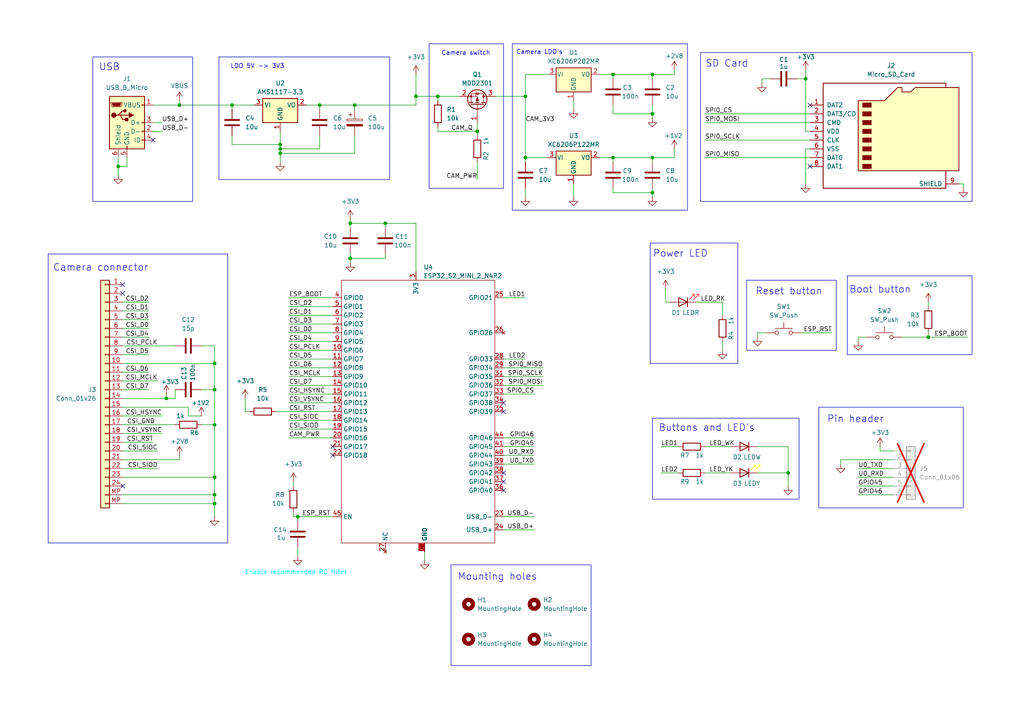
<source format=kicad_sch>
(kicad_sch (version 20231120) (generator "eeschema") (generator_version "8.0")
  (paper "A4")
  (junction (at 62.23 143.51))
  (junction (at 269.24 97.79))
  (junction (at 228.6 137.16))
  (junction (at 101.6 74.93))
  (junction (at 48.26 115.57))
  (junction (at 62.23 146.05))
  (junction (at 189.23 33.02))
  (junction (at 120.65 27.94))
  (junction (at 62.23 113.03))
  (junction (at 92.71 30.48))
  (junction (at 152.4 45.72))
  (junction (at 189.23 21.59))
  (junction (at 34.29 48.26))
  (junction (at 111.76 64.77))
  (junction (at 177.8 21.59))
  (junction (at 189.23 55.88))
  (junction (at 86.36 149.86))
  (junction (at 81.28 41.91))
  (junction (at 138.43 38.1))
  (junction (at 152.4 27.94))
  (junction (at 101.6 64.77))
  (junction (at 127 27.94))
  (junction (at 81.28 43.18))
  (junction (at 62.23 138.43))
  (junction (at 189.23 45.72))
  (junction (at 81.28 44.45))
  (junction (at 52.07 30.48))
  (junction (at 62.23 123.19))
  (junction (at 67.31 30.48))
  (junction (at 102.87 30.48))
  (junction (at 233.68 22.86))
  (junction (at 62.23 105.41))
  (junction (at 177.8 45.72))
  (no_connect (at 35.56 140.97))
  (no_connect (at 35.56 82.55))
  (no_connect (at 146.05 139.7))
  (no_connect (at 96.52 129.54))
  (no_connect (at 44.45 40.64))
  (no_connect (at 234.95 30.48))
  (no_connect (at 146.05 142.24))
  (no_connect (at 146.05 137.16))
  (no_connect (at 234.95 48.26))
  (no_connect (at 96.52 132.08))
  (no_connect (at 35.56 85.09))
  (no_connect (at 146.05 119.38))
  (no_connect (at 146.05 116.84))
  (wire (pts (xy 85.09 139.7) (xy 85.09 140.97)))
  (wire (pts (xy 101.6 64.77) (xy 101.6 66.04)))
  (wire (pts (xy 62.23 100.33) (xy 62.23 105.41)))
  (wire (pts (xy 83.82 91.44) (xy 96.52 91.44)))
  (wire (pts (xy 35.56 135.89) (xy 45.72 135.89)))
  (wire (pts (xy 48.26 115.57) (xy 50.8 115.57)))
  (wire (pts (xy 191.77 129.54) (xy 196.85 129.54)))
  (wire (pts (xy 166.37 29.21) (xy 166.37 31.75)))
  (wire (pts (xy 127 38.1) (xy 138.43 38.1)))
  (wire (pts (xy 101.6 74.93) (xy 101.6 76.2)))
  (wire (pts (xy 146.05 149.86) (xy 154.94 149.86)))
  (wire (pts (xy 233.68 43.18) (xy 233.68 53.34)))
  (wire (pts (xy 72.39 119.38) (xy 71.12 119.38)))
  (wire (pts (xy 209.55 87.63) (xy 209.55 91.44)))
  (wire (pts (xy 146.05 129.54) (xy 154.94 129.54)))
  (wire (pts (xy 248.92 138.43) (xy 259.08 138.43)))
  (wire (pts (xy 220.98 22.86) (xy 220.98 24.13)))
  (wire (pts (xy 146.05 127) (xy 154.94 127)))
  (wire (pts (xy 219.71 96.52) (xy 219.71 97.79)))
  (wire (pts (xy 173.99 21.59) (xy 177.8 21.59)))
  (wire (pts (xy 152.4 21.59) (xy 152.4 27.94)))
  (wire (pts (xy 58.42 100.33) (xy 62.23 100.33)))
  (wire (pts (xy 146.05 86.36) (xy 152.4 86.36)))
  (wire (pts (xy 62.23 146.05) (xy 62.23 149.86)))
  (wire (pts (xy 189.23 21.59) (xy 189.23 22.86)))
  (wire (pts (xy 81.28 43.18) (xy 81.28 44.45)))
  (wire (pts (xy 36.83 48.26) (xy 34.29 48.26)))
  (wire (pts (xy 102.87 39.37) (xy 102.87 44.45)))
  (wire (pts (xy 195.58 20.32) (xy 195.58 21.59)))
  (wire (pts (xy 83.82 93.98) (xy 96.52 93.98)))
  (wire (pts (xy 146.05 106.68) (xy 157.48 106.68)))
  (wire (pts (xy 222.25 96.52) (xy 219.71 96.52)))
  (wire (pts (xy 120.65 78.74) (xy 120.65 64.77)))
  (wire (pts (xy 259.08 130.81) (xy 255.27 130.81)))
  (wire (pts (xy 80.01 119.38) (xy 96.52 119.38)))
  (wire (pts (xy 233.68 43.18) (xy 234.95 43.18)))
  (wire (pts (xy 83.82 114.3) (xy 96.52 114.3)))
  (wire (pts (xy 35.56 120.65) (xy 46.99 120.65)))
  (wire (pts (xy 92.71 39.37) (xy 92.71 43.18)))
  (wire (pts (xy 189.23 55.88) (xy 177.8 55.88)))
  (wire (pts (xy 35.56 110.49) (xy 45.72 110.49)))
  (wire (pts (xy 177.8 46.99) (xy 177.8 45.72)))
  (wire (pts (xy 71.12 119.38) (xy 71.12 115.57)))
  (wire (pts (xy 35.56 87.63) (xy 43.18 87.63)))
  (wire (pts (xy 209.55 99.06) (xy 209.55 101.6)))
  (wire (pts (xy 62.23 123.19) (xy 62.23 138.43)))
  (wire (pts (xy 269.24 97.79) (xy 280.67 97.79)))
  (wire (pts (xy 146.05 132.08) (xy 154.94 132.08)))
  (wire (pts (xy 102.87 30.48) (xy 120.65 30.48)))
  (wire (pts (xy 62.23 138.43) (xy 62.23 143.51)))
  (wire (pts (xy 152.4 21.59) (xy 158.75 21.59)))
  (wire (pts (xy 83.82 127) (xy 96.52 127)))
  (wire (pts (xy 83.82 121.92) (xy 96.52 121.92)))
  (wire (pts (xy 177.8 33.02) (xy 189.23 33.02)))
  (wire (pts (xy 127 27.94) (xy 133.35 27.94)))
  (wire (pts (xy 35.56 95.25) (xy 43.18 95.25)))
  (wire (pts (xy 219.71 129.54) (xy 228.6 129.54)))
  (wire (pts (xy 35.56 92.71) (xy 43.18 92.71)))
  (wire (pts (xy 35.56 123.19) (xy 50.8 123.19)))
  (wire (pts (xy 58.42 123.19) (xy 62.23 123.19)))
  (wire (pts (xy 35.56 115.57) (xy 48.26 115.57)))
  (wire (pts (xy 34.29 48.26) (xy 34.29 50.8)))
  (wire (pts (xy 189.23 45.72) (xy 189.23 46.99)))
  (wire (pts (xy 279.4 53.34) (xy 279.4 54.61)))
  (wire (pts (xy 111.76 64.77) (xy 120.65 64.77)))
  (wire (pts (xy 248.92 135.89) (xy 259.08 135.89)))
  (wire (pts (xy 248.92 97.79) (xy 248.92 99.06)))
  (wire (pts (xy 146.05 134.62) (xy 154.94 134.62)))
  (wire (pts (xy 191.77 137.16) (xy 196.85 137.16)))
  (wire (pts (xy 36.83 45.72) (xy 36.83 48.26)))
  (wire (pts (xy 127 27.94) (xy 127 29.21)))
  (wire (pts (xy 44.45 30.48) (xy 52.07 30.48)))
  (wire (pts (xy 83.82 109.22) (xy 96.52 109.22)))
  (wire (pts (xy 44.45 38.1) (xy 46.99 38.1)))
  (wire (pts (xy 111.76 74.93) (xy 101.6 74.93)))
  (wire (pts (xy 83.82 96.52) (xy 96.52 96.52)))
  (wire (pts (xy 52.07 133.35) (xy 52.07 132.08)))
  (wire (pts (xy 35.56 97.79) (xy 43.18 97.79)))
  (wire (pts (xy 92.71 30.48) (xy 92.71 31.75)))
  (wire (pts (xy 204.47 35.56) (xy 234.95 35.56)))
  (wire (pts (xy 177.8 54.61) (xy 177.8 55.88)))
  (wire (pts (xy 62.23 143.51) (xy 62.23 146.05)))
  (wire (pts (xy 52.07 29.21) (xy 52.07 30.48)))
  (wire (pts (xy 177.8 21.59) (xy 189.23 21.59)))
  (wire (pts (xy 48.26 114.3) (xy 48.26 115.57)))
  (wire (pts (xy 231.14 22.86) (xy 233.68 22.86)))
  (wire (pts (xy 232.41 96.52) (xy 241.3 96.52)))
  (wire (pts (xy 177.8 22.86) (xy 177.8 21.59)))
  (wire (pts (xy 146.05 109.22) (xy 157.48 109.22)))
  (wire (pts (xy 204.47 40.64) (xy 234.95 40.64)))
  (wire (pts (xy 35.56 105.41) (xy 62.23 105.41)))
  (wire (pts (xy 146.05 153.67) (xy 154.94 153.67)))
  (wire (pts (xy 189.23 54.61) (xy 189.23 55.88)))
  (wire (pts (xy 111.76 73.66) (xy 111.76 74.93)))
  (wire (pts (xy 83.82 111.76) (xy 96.52 111.76)))
  (wire (pts (xy 204.47 129.54) (xy 212.09 129.54)))
  (wire (pts (xy 83.82 124.46) (xy 96.52 124.46)))
  (wire (pts (xy 248.92 143.51) (xy 259.08 143.51)))
  (wire (pts (xy 193.04 83.82) (xy 193.04 87.63)))
  (wire (pts (xy 50.8 115.57) (xy 50.8 113.03)))
  (wire (pts (xy 189.23 21.59) (xy 195.58 21.59)))
  (wire (pts (xy 146.05 114.3) (xy 154.94 114.3)))
  (wire (pts (xy 67.31 39.37) (xy 67.31 41.91)))
  (wire (pts (xy 58.42 113.03) (xy 62.23 113.03)))
  (wire (pts (xy 35.56 107.95) (xy 43.18 107.95)))
  (wire (pts (xy 204.47 45.72) (xy 234.95 45.72)))
  (wire (pts (xy 35.56 138.43) (xy 62.23 138.43)))
  (wire (pts (xy 81.28 38.1) (xy 81.28 41.91)))
  (wire (pts (xy 177.8 30.48) (xy 177.8 33.02)))
  (wire (pts (xy 92.71 43.18) (xy 81.28 43.18)))
  (wire (pts (xy 173.99 45.72) (xy 177.8 45.72)))
  (wire (pts (xy 189.23 45.72) (xy 195.58 45.72)))
  (wire (pts (xy 101.6 73.66) (xy 101.6 74.93)))
  (wire (pts (xy 35.56 90.17) (xy 43.18 90.17)))
  (wire (pts (xy 85.09 148.59) (xy 85.09 149.86)))
  (wire (pts (xy 120.65 27.94) (xy 120.65 30.48)))
  (wire (pts (xy 92.71 30.48) (xy 102.87 30.48)))
  (wire (pts (xy 86.36 149.86) (xy 86.36 151.13)))
  (wire (pts (xy 269.24 96.52) (xy 269.24 97.79)))
  (wire (pts (xy 81.28 41.91) (xy 81.28 43.18)))
  (wire (pts (xy 120.65 27.94) (xy 127 27.94)))
  (wire (pts (xy 177.8 45.72) (xy 189.23 45.72)))
  (wire (pts (xy 233.68 22.86) (xy 233.68 38.1)))
  (wire (pts (xy 152.4 54.61) (xy 152.4 57.15)))
  (wire (pts (xy 138.43 35.56) (xy 138.43 38.1)))
  (wire (pts (xy 111.76 64.77) (xy 101.6 64.77)))
  (wire (pts (xy 44.45 35.56) (xy 46.99 35.56)))
  (wire (pts (xy 220.98 22.86) (xy 223.52 22.86)))
  (wire (pts (xy 278.13 53.34) (xy 279.4 53.34)))
  (wire (pts (xy 233.68 20.32) (xy 233.68 22.86)))
  (wire (pts (xy 204.47 33.02) (xy 234.95 33.02)))
  (wire (pts (xy 127 36.83) (xy 127 38.1)))
  (wire (pts (xy 35.56 146.05) (xy 62.23 146.05)))
  (wire (pts (xy 102.87 30.48) (xy 102.87 31.75)))
  (wire (pts (xy 85.09 149.86) (xy 86.36 149.86)))
  (wire (pts (xy 193.04 87.63) (xy 194.31 87.63)))
  (wire (pts (xy 52.07 30.48) (xy 67.31 30.48)))
  (wire (pts (xy 101.6 63.5) (xy 101.6 64.77)))
  (wire (pts (xy 86.36 158.75) (xy 86.36 161.29)))
  (wire (pts (xy 83.82 106.68) (xy 96.52 106.68)))
  (wire (pts (xy 35.56 143.51) (xy 62.23 143.51)))
  (wire (pts (xy 255.27 130.81) (xy 255.27 129.54)))
  (wire (pts (xy 83.82 104.14) (xy 96.52 104.14)))
  (wire (pts (xy 189.23 33.02) (xy 189.23 34.29)))
  (wire (pts (xy 88.9 30.48) (xy 92.71 30.48)))
  (wire (pts (xy 166.37 53.34) (xy 166.37 57.15)))
  (wire (pts (xy 158.75 45.72) (xy 152.4 45.72)))
  (wire (pts (xy 67.31 30.48) (xy 67.31 31.75)))
  (wire (pts (xy 152.4 45.72) (xy 152.4 27.94)))
  (wire (pts (xy 201.93 87.63) (xy 209.55 87.63)))
  (wire (pts (xy 83.82 99.06) (xy 96.52 99.06)))
  (wire (pts (xy 152.4 46.99) (xy 152.4 45.72)))
  (wire (pts (xy 138.43 46.99) (xy 138.43 52.07)))
  (wire (pts (xy 261.62 97.79) (xy 269.24 97.79)))
  (wire (pts (xy 195.58 43.18) (xy 195.58 45.72)))
  (wire (pts (xy 146.05 104.14) (xy 152.4 104.14)))
  (wire (pts (xy 81.28 44.45) (xy 81.28 46.99)))
  (wire (pts (xy 219.71 137.16) (xy 228.6 137.16)))
  (wire (pts (xy 34.29 45.72) (xy 34.29 48.26)))
  (wire (pts (xy 35.56 113.03) (xy 43.18 113.03)))
  (wire (pts (xy 248.92 140.97) (xy 259.08 140.97)))
  (wire (pts (xy 35.56 133.35) (xy 52.07 133.35)))
  (wire (pts (xy 83.82 116.84) (xy 96.52 116.84)))
  (wire (pts (xy 54.61 118.11) (xy 54.61 120.65)))
  (wire (pts (xy 67.31 41.91) (xy 81.28 41.91)))
  (wire (pts (xy 35.56 130.81) (xy 45.72 130.81)))
  (wire (pts (xy 228.6 137.16) (xy 228.6 140.97)))
  (wire (pts (xy 259.08 133.35) (xy 243.84 133.35)))
  (wire (pts (xy 35.56 125.73) (xy 46.99 125.73)))
  (wire (pts (xy 35.56 128.27) (xy 44.45 128.27)))
  (wire (pts (xy 120.65 21.59) (xy 120.65 27.94)))
  (wire (pts (xy 83.82 101.6) (xy 96.52 101.6)))
  (wire (pts (xy 189.23 30.48) (xy 189.23 33.02)))
  (wire (pts (xy 35.56 118.11) (xy 54.61 118.11)))
  (wire (pts (xy 146.05 111.76) (xy 157.48 111.76)))
  (wire (pts (xy 233.68 38.1) (xy 234.95 38.1)))
  (wire (pts (xy 189.23 55.88) (xy 189.23 57.15)))
  (wire (pts (xy 269.24 87.63) (xy 269.24 88.9)))
  (wire (pts (xy 86.36 149.86) (xy 96.52 149.86)))
  (wire (pts (xy 251.46 97.79) (xy 248.92 97.79)))
  (wire (pts (xy 123.19 160.02) (xy 123.19 162.56)))
  (wire (pts (xy 83.82 88.9) (xy 96.52 88.9)))
  (wire (pts (xy 35.56 102.87) (xy 43.18 102.87)))
  (wire (pts (xy 143.51 27.94) (xy 152.4 27.94)))
  (wire (pts (xy 83.82 86.36) (xy 96.52 86.36)))
  (wire (pts (xy 54.61 120.65) (xy 58.42 120.65)))
  (wire (pts (xy 102.87 44.45) (xy 81.28 44.45)))
  (wire (pts (xy 35.56 100.33) (xy 50.8 100.33)))
  (wire (pts (xy 228.6 129.54) (xy 228.6 137.16)))
  (wire (pts (xy 111.76 66.04) (xy 111.76 64.77)))
  (wire (pts (xy 62.23 105.41) (xy 62.23 113.03)))
  (wire (pts (xy 138.43 38.1) (xy 138.43 39.37)))
  (wire (pts (xy 204.47 137.16) (xy 212.09 137.16)))
  (wire (pts (xy 62.23 113.03) (xy 62.23 123.19)))
  (wire (pts (xy 67.31 30.48) (xy 73.66 30.48)))
  (wire (pts (xy 243.84 133.35) (xy 243.84 134.62)))
  (rectangle (start 216.535 81.28) (end 242.57 101.6))
  (rectangle (start 13.97 73.66) (end 66.04 157.48))
  (rectangle (start 245.745 80.01) (end 281.94 102.87))
  (rectangle (start 203.2 15.24) (end 281.94 58.42))
  (rectangle (start 237.49 118.11) (end 279.4 147.32))
  (rectangle (start 188.595 70.485) (end 213.995 105.41))
  (rectangle (start 130.81 163.83) (end 171.45 193.04))
  (rectangle (start 26.924 16.51) (end 55.88 58.42))
  (rectangle (start 148.59 12.7) (end 199.39 60.96))
  (rectangle (start 124.46 12.7) (end 146.05 54.61))
  (rectangle (start 189.23 121.285) (end 231.775 144.78))
  (rectangle (start 63.5 16.51) (end 113.03 52.07))
  (text "SD Card" (at 210.82 18.542 0) (effects (font (size 2 2))))
  (text "USB" (at 31.75 19.558 0) (effects (font (size 2 2))))
  (text "Reset button" (at 228.854 84.582 0) (effects (font (size 2 2))))
  (text "Enable recommended RC filter" (at 85.852 166.116 0) (effects (font (size 1.27 1.27))))
  (text "Camera switch" (at 135.128 15.494 0) (effects (font (size 1.27 1.27))))
  (text "Mounting holes" (at 144.272 167.386 0) (effects (font (size 2 2))))
  (text "Boot button" (at 255.27 84.074 0) (effects (font (size 2 2))))
  (text "Buttons and LED's" (at 204.978 124.206 0) (effects (font (size 2 2))))
  (text "Pin header" (at 248.158 121.666 0) (effects (font (size 2 2))))
  (text "LDO 5V -> 3V3" (at 74.676 19.304 0) (effects (font (size 1.27 1.27))))
  (text "Camera connector" (at 29.21 77.724 0) (effects (font (size 2 2))))
  (text "Power LED" (at 197.358 73.66 0) (effects (font (size 2 2))))
  (text "Camera LDO's" (at 156.464 15.24 0) (effects (font (size 1.27 1.27))))
  (label "CAM_PWR" (at 83.82 127 0))
  (label "CSI_SIOC" (at 45.72 130.81 180))
  (label "CSI_D2" (at 43.18 87.63 180))
  (label "ESP_BOOT" (at 83.82 86.36 0))
  (label "GPIO45" (at 154.94 129.54 180))
  (label "CAM_PWR" (at 138.43 52.07 180))
  (label "CAM_3V3" (at 152.4 35.56 0))
  (label "CSI_D4" (at 43.18 97.79 180))
  (label "USB_D+" (at 154.94 153.67 180))
  (label "CSI_D6" (at 43.18 107.95 180))
  (label "LED_YK" (at 205.74 137.16 0))
  (label "CSI_D5" (at 83.82 104.14 0))
  (label "GPIO46" (at 248.92 143.51 0))
  (label "CSI_D0" (at 43.18 95.25 180))
  (label "CSI_SIOC" (at 83.82 121.92 0))
  (label "CSI_GND" (at 36.83 123.19 0))
  (label "CSI_D7" (at 83.82 111.76 0))
  (label "USB_D-" (at 46.99 38.1 0))
  (label "CSI_MCLK" (at 83.82 109.22 0))
  (label "CSI_HSYNC" (at 83.82 114.3 0))
  (label "GPIO46" (at 154.94 127 180))
  (label "SPI0_MISO" (at 204.47 45.72 0))
  (label "CSI_VSYNC" (at 83.82 116.84 0))
  (label "LED1" (at 152.4 86.36 180))
  (label "U0_TXD" (at 248.92 135.89 0))
  (label "CSI_D1" (at 43.18 90.17 180))
  (label "LED2" (at 152.4 104.14 180))
  (label "U0_RXD" (at 248.92 138.43 0))
  (label "CSI_SIOD" (at 45.72 135.89 180))
  (label "CSI_D6" (at 83.82 106.68 0))
  (label "CSI_HSYNC" (at 46.99 120.65 180))
  (label "SPI0_MOSI" (at 204.47 35.56 0))
  (label "CSI_VSYNC" (at 46.99 125.73 180))
  (label "LED_RK" (at 203.2 87.63 0))
  (label "CSI_D3" (at 43.18 92.71 180))
  (label "SPI0_CS" (at 154.94 114.3 180))
  (label "USB_D-" (at 154.94 149.86 180))
  (label "LED_WK" (at 205.74 129.54 0))
  (label "ESP_RST" (at 87.63 149.86 0))
  (label "ESP_RST" (at 241.3 96.52 180))
  (label "SPI0_MISO" (at 157.48 106.68 180))
  (label "CSI_RST" (at 44.45 128.27 180))
  (label "CAM_Q" (at 137.16 38.1 180))
  (label "CSI_SIOD" (at 83.82 124.46 0))
  (label "CSI_D4" (at 83.82 99.06 0))
  (label "CSI_MCLK" (at 45.72 110.49 180))
  (label "CSI_PCLK" (at 83.82 101.6 0))
  (label "LED2" (at 191.77 137.16 0))
  (label "ESP_BOOT" (at 280.67 97.79 180))
  (label "CSI_D3" (at 83.82 93.98 0))
  (label "GPIO45" (at 248.92 140.97 0))
  (label "CSI_PCLK" (at 45.72 100.33 180))
  (label "SPI0_MOSI" (at 157.48 111.76 180))
  (label "CSI_D0" (at 83.82 96.52 0))
  (label "SPI0_SCLK" (at 157.48 109.22 180))
  (label "CSI_D2" (at 83.82 88.9 0))
  (label "SPI0_SCLK" (at 204.47 40.64 0))
  (label "CSI_D7" (at 43.18 113.03 180))
  (label "CSI_D1" (at 83.82 91.44 0))
  (label "SPI0_CS" (at 204.47 33.02 0))
  (label "U0_RXD" (at 154.94 132.08 180))
  (label "CSI_D5" (at 43.18 102.87 180))
  (label "USB_D+" (at 46.99 35.56 0))
  (label "CSI_RST" (at 83.82 119.38 0))
  (label "U0_TXD" (at 154.94 134.62 180))
  (label "LED1" (at 191.77 129.54 0))
  (symbol (lib_id "power:+3V3") (at 101.6 63.5 0) (unit 1)
    (property "Reference" "#PWR016" (effects (hide yes)))
    (property "Value" "+3V3" (at 101.6 58.42 0))
    (property "Description" "Power symbol creates a global label with name \"+3V3\"" (effects (hide yes)))
  )
  (symbol (lib_id "Mechanical:MountingHole") (at 154.94 175.26 0) (unit 1) (exclude_from_sim yes) (in_bom no)
    (property "Reference" "H2" (at 157.48 173.9899 0) (effects (justify left)))
    (property "Value" "MountingHole" (at 157.48 176.5299 0) (effects (justify left)))
    (property "Footprint" "MountingHole:MountingHole_2.2mm_M2" (effects (hide yes)))
    (property "Datasheet" "X" (effects (hide yes)))
    (property "Description" "Mounting Hole without connection" (effects (hide yes)))
    (property "LCSC Part #" "X" (effects (hide yes)))
  )
  (symbol (lib_id "power:GND") (at 233.68 53.34 0) (unit 1)
    (property "Reference" "#PWR011" (effects (hide yes)))
    (property "Value" "GND" (effects (hide yes)))
    (property "Description" "Power symbol creates a global label with name \"GND\" , ground" (effects (hide yes)))
  )
  (symbol (lib_id "Device:C") (at 54.61 113.03 270) (unit 1)
    (property "Reference" "C13" (at 53.34 110.236 0) (effects (justify right)))
    (property "Value" "100n" (at 55.88 110.49 0) (effects (justify right)))
    (property "Footprint" "Capacitor_SMD:C_0402_1005Metric" (effects (hide yes)))
    (property "Datasheet" "https://wmsc.lcsc.com/wmsc/upload/file/pdf/v2/lcsc/2304140030_Samsung-Electro-Mechanics-CL05B104KB54PNC_C307331.pdf" (effects (hide yes)))
    (property "LCSC Part #" "C307331" (effects (hide yes)))
  )
  (symbol (lib_id "Connector_Generic:Conn_01x26") (at 30.48 113.03 0) (mirror y) (unit 1)
    (property "Reference" "J3" (at 27.94 113.0299 0) (effects (justify left)))
    (property "Value" "Conn_01x26" (at 27.94 115.5699 0) (effects (justify left)))
    (property "Footprint" "ESPCameleon:AFC01_S24FCA_00" (effects (hide yes)))
    (property "Datasheet" "https://www.lcsc.com/datasheet/lcsc_datasheet_2304140030_JUSHUO-AFC01-S24FCA-00_C262669.pdf" (effects (hide yes)))
    (property "Description" "Generic connector, single row, 01x26, script generated (kicad-library-utils/schlib/autogen/connector/)" (effects (hide yes)))
    (property "LCSC Part #" "C262669" (effects (hide yes)))
  )
  (symbol (lib_id "Device:R") (at 200.66 137.16 270) (unit 1)
    (property "Reference" "R9" (at 198.628 139.7 90))
    (property "Value" "1k" (at 202.946 139.7 90))
    (property "Footprint" "Resistor_SMD:R_0402_1005Metric" (effects (hide yes)))
    (property "Datasheet" "https://wmsc.lcsc.com/wmsc/upload/file/pdf/v2/lcsc/2206010216_UNI-ROYAL-Uniroyal-Elec-0402WGF1001TCE_C11702.pdf" (effects (hide yes)))
    (property "Description" "Resistor" (effects (hide yes)))
    (property "LCSC Part #" "C11702" (effects (hide yes)))
  )
  (symbol (lib_id "Transistor_FET:BSS83P") (at 138.43 30.48 270) (mirror x) (unit 1)
    (property "Reference" "Q1" (at 138.43 21.59 90))
    (property "Value" "MDD2301" (at 138.43 24.13 90))
    (property "Footprint" "Package_TO_SOT_SMD:SOT-23" (effects (hide yes)))
    (property "Datasheet" "https://www.lcsc.com/datasheet/lcsc_datasheet_2407101108_MDD-Microdiode-Semiconductor-MDD2301_C427391.pdf" (effects (hide yes)))
    (property "Description" "-0.33A Id, -60V Vds, P-Channel MOSFET, SOT-23" (effects (hide yes)))
    (property "LCSC Part #" "C427391" (effects (hide yes)))
  )
  (symbol (lib_id "power:GND") (at 220.98 24.13 0) (unit 1)
    (property "Reference" "#PWR04" (effects (hide yes)))
    (property "Value" "GND" (effects (hide yes)))
    (property "Description" "Power symbol creates a global label with name \"GND\" , ground" (effects (hide yes)))
  )
  (symbol (lib_id "Device:C") (at 227.33 22.86 90) (unit 1)
    (property "Reference" "C1" (at 227.33 17.272 90))
    (property "Value" "1u" (at 227.33 19.304 90))
    (property "Footprint" "Capacitor_SMD:C_0603_1608Metric" (effects (hide yes)))
    (property "Datasheet" "https://wmsc.lcsc.com/wmsc/upload/file/pdf/v2/lcsc/2304140030_Samsung-Electro-Mechanics-CL10A105KB8NNNC_C15849.pdf" (effects (hide yes)))
    (property "LCSC Part #" "C15849" (effects (hide yes)))
  )
  (symbol (lib_id "Connector_Generic:Conn_01x06") (at 264.16 135.89 0) (unit 1) (in_bom no) (dnp yes)
    (property "Reference" "J5" (at 266.7 135.8899 0) (effects (justify left)))
    (property "Value" "Conn_01x06" (at 266.7 138.4299 0) (effects (justify left)))
    (property "Footprint" "Connector_PinHeader_2.54mm:PinHeader_1x06_P2.54mm_Vertical" (effects (hide yes)))
    (property "Datasheet" "https://wmsc.lcsc.com/wmsc/upload/file/pdf/v2/lcsc/2312301326_Hanbo-Electronic-HB-PH3-25416PB2GOP_C6332199.pdf" (effects (hide yes)))
    (property "Description" "Generic connector, single row, 01x06, script generated (kicad-library-utils/schlib/autogen/connector/)" (effects (hide yes)))
    (property "LCSC Part #" "C6332199" (effects (hide yes)))
  )
  (symbol (lib_id "Mechanical:MountingHole") (at 135.89 185.42 0) (unit 1) (exclude_from_sim yes) (in_bom no)
    (property "Reference" "H3" (at 138.43 184.1499 0) (effects (justify left)))
    (property "Value" "MountingHole" (at 138.43 186.6899 0) (effects (justify left)))
    (property "Footprint" "MountingHole:MountingHole_2.2mm_M2" (effects (hide yes)))
    (property "Datasheet" "X" (effects (hide yes)))
    (property "Description" "Mounting Hole without connection" (effects (hide yes)))
    (property "LCSC Part #" "X" (effects (hide yes)))
  )
  (symbol (lib_id "power:GND") (at 219.71 97.79 0) (unit 1)
    (property "Reference" "#PWR020" (effects (hide yes)))
    (property "Value" "GND" (effects (hide yes)))
    (property "Description" "Power symbol creates a global label with name \"GND\" , ground" (effects (hide yes)))
  )
  (symbol (lib_id "Device:C") (at 189.23 50.8 0) (unit 1)
    (property "Reference" "C8" (at 193.04 49.53 0) (effects (justify left)))
    (property "Value" "10u" (at 193.04 52.07 0) (effects (justify left)))
    (property "Footprint" "Capacitor_SMD:C_0402_1005Metric" (effects (hide yes)))
    (property "Datasheet" "https://www.lcsc.com/datasheet/lcsc_datasheet_2208231630_Samsung-Electro-Mechanics-CL05A106MQ5NUNC_C15525.pdf" (effects (hide yes)))
    (property "LCSC Part #" "C15525" (effects (hide yes)))
  )
  (symbol (lib_id "Device:C") (at 86.36 154.94 0) (mirror y) (unit 1)
    (property "Reference" "C14" (at 81.28 153.67 0))
    (property "Value" "1u" (at 81.534 155.956 0))
    (property "Footprint" "Capacitor_SMD:C_0603_1608Metric" (effects (hide yes)))
    (property "Datasheet" "https://wmsc.lcsc.com/wmsc/upload/file/pdf/v2/lcsc/2304140030_Samsung-Electro-Mechanics-CL10A105KB8NNNC_C15849.pdf" (effects (hide yes)))
    (property "LCSC Part #" "C15849" (effects (hide yes)))
  )
  (symbol (lib_id "power:+2V8") (at 52.07 132.08 0) (unit 1)
    (property "Reference" "#PWR027" (effects (hide yes)))
    (property "Value" "+2V8" (at 52.07 128.016 0))
    (property "Description" "Power symbol creates a global label with name \"+2V8\"" (effects (hide yes)))
  )
  (symbol (lib_id "power:GND") (at 86.36 161.29 0) (unit 1)
    (property "Reference" "#PWR033" (effects (hide yes)))
    (property "Value" "GND" (effects (hide yes)))
    (property "Description" "Power symbol creates a global label with name \"GND\" , ground" (effects (hide yes)))
  )
  (symbol (lib_id "power:+3V3") (at 120.65 21.59 0) (unit 1)
    (property "Reference" "#PWR03" (effects (hide yes)))
    (property "Value" "+3V3" (at 120.65 16.51 0))
    (property "Description" "Power symbol creates a global label with name \"+3V3\"" (effects (hide yes)))
  )
  (symbol (lib_id "power:GND") (at 152.4 57.15 0) (unit 1)
    (property "Reference" "#PWR013" (effects (hide yes)))
    (property "Value" "GND" (effects (hide yes)))
    (property "Description" "Power symbol creates a global label with name \"GND\" , ground" (effects (hide yes)))
  )
  (symbol (lib_id "power:GND") (at 189.23 57.15 0) (unit 1)
    (property "Reference" "#PWR015" (effects (hide yes)))
    (property "Value" "GND" (effects (hide yes)))
    (property "Description" "Power symbol creates a global label with name \"GND\" , ground" (effects (hide yes)))
  )
  (symbol (lib_id "Device:C") (at 177.8 26.67 180) (unit 1)
    (property "Reference" "C3" (at 180.594 25.4 0) (effects (justify right)))
    (property "Value" "100n" (at 180.34 27.94 0) (effects (justify right)))
    (property "Footprint" "Capacitor_SMD:C_0402_1005Metric" (effects (hide yes)))
    (property "Datasheet" "https://wmsc.lcsc.com/wmsc/upload/file/pdf/v2/lcsc/2304140030_Samsung-Electro-Mechanics-CL05B104KB54PNC_C307331.pdf" (effects (hide yes)))
    (property "LCSC Part #" "C307331" (effects (hide yes)))
  )
  (symbol (lib_id "Device:R") (at 54.61 123.19 90) (unit 1)
    (property "Reference" "R6" (at 56.388 125.476 90))
    (property "Value" "1k" (at 52.324 120.65 90))
    (property "Footprint" "Resistor_SMD:R_0402_1005Metric" (effects (hide yes)))
    (property "Datasheet" "https://wmsc.lcsc.com/wmsc/upload/file/pdf/v2/lcsc/2206010216_UNI-ROYAL-Uniroyal-Elec-0402WGF1001TCE_C11702.pdf" (effects (hide yes)))
    (property "Description" "Resistor" (effects (hide yes)))
    (property "LCSC Part #" "C11702" (effects (hide yes)))
  )
  (symbol (lib_id "power:+3V3") (at 269.24 87.63 0) (unit 1)
    (property "Reference" "#PWR019" (effects (hide yes)))
    (property "Value" "+3V3" (at 269.24 82.55 0))
    (property "Description" "Power symbol creates a global label with name \"+3V3\"" (effects (hide yes)))
  )
  (symbol (lib_id "Device:LED") (at 215.9 137.16 180) (unit 1)
    (property "Reference" "D3" (at 213.868 140.208 0))
    (property "Value" "LEDY" (at 218.186 140.208 0))
    (property "Footprint" "LED_SMD:LED_0603_1608Metric" (effects (hide yes)))
    (property "Datasheet" "https://www.lcsc.com/datasheet/lcsc_datasheet_1810101813_Everlight-Elec-19-213-Y2C-CQ2R2L-3T-CY_C72038.pdf" (effects (hide yes)))
    (property "Description" "Light emitting diode" (effects (hide yes)))
    (property "LCSC Part #" "C72038" (effects (hide yes)))
  )
  (symbol (lib_id "power:GND") (at 62.23 149.86 0) (unit 1)
    (property "Reference" "#PWR031" (effects (hide yes)))
    (property "Value" "GND" (effects (hide yes)))
    (property "Description" "Power symbol creates a global label with name \"GND\" , ground" (effects (hide yes)))
  )
  (symbol (lib_id "Device:R") (at 269.24 92.71 0) (mirror y) (unit 1)
    (property "Reference" "R3" (at 266.7 91.4399 0) (effects (justify left)))
    (property "Value" "10k" (at 266.7 93.9799 0) (effects (justify left)))
    (property "Footprint" "Resistor_SMD:R_0402_1005Metric" (effects (hide yes)))
    (property "Datasheet" "https://www.lcsc.com/datasheet/lcsc_datasheet_2206010100_UNI-ROYAL-Uniroyal-Elec-0402WGF1002TCE_C25744.pdf" (effects (hide yes)))
    (property "Description" "Resistor" (effects (hide yes)))
    (property "LCSC Part #" "C25744" (effects (hide yes)))
  )
  (symbol (lib_id "power:GND") (at 166.37 57.15 0) (unit 1)
    (property "Reference" "#PWR014" (effects (hide yes)))
    (property "Value" "GND" (effects (hide yes)))
    (property "Description" "Power symbol creates a global label with name \"GND\" , ground" (effects (hide yes)))
  )
  (symbol (lib_id "Connector:Micro_SD_Card") (at 257.81 38.1 0) (unit 1)
    (property "Reference" "J2" (at 258.445 19.05 0))
    (property "Value" "Micro_SD_Card" (at 258.445 21.59 0))
    (property "Footprint" "ESPCameleon:GCT_MEM2075-00-140-01-A" (effects (hide yes)))
    (property "Datasheet" "https://wmsc.lcsc.com/wmsc/upload/file/pdf/v2/lcsc/1912111437_SHOU-HAN-TF-PUSH_C393941.pdf" (effects (hide yes)))
    (property "Description" "Micro SD Card Socket" (effects (hide yes)))
    (property "LCSC Part #" "C393941" (effects (hide yes)))
  )
  (symbol (lib_id "ESPCameleon:ESP32-S2-MINI-2-N4R2") (at 120.65 76.2 0) (unit 1)
    (property "Reference" "U4" (at 122.8441 77.47 0) (effects (justify left)))
    (property "Value" "ESP32_S2_MINI_2_N4R2" (at 122.8441 80.01 0) (effects (justify left)))
    (property "Footprint" "ESPCameleon:ESP32-S2-MINI-2" (effects (hide yes)))
    (property "Datasheet" "https://www.espressif.com/sites/default/files/documentation/esp32-s2-mini-2_esp32-s2-mini-2u_datasheet_en.pdf" (effects (hide yes)))
    (property "LCSC Part #" "C3013908" (effects (hide yes)))
    (pin "23" (alternate "USB_D-"))
    (pin "24" (alternate "USB_D+"))
  )
  (symbol (lib_id "power:GND") (at 81.28 46.99 0) (unit 1)
    (property "Reference" "#PWR09" (effects (hide yes)))
    (property "Value" "GND" (effects (hide yes)))
    (property "Description" "Power symbol creates a global label with name \"GND\" , ground" (effects (hide yes)))
  )
  (symbol (lib_id "Regulator_Linear:XC6206PxxxMR") (at 166.37 21.59 0) (unit 1)
    (property "Reference" "U1" (at 166.37 15.24 0))
    (property "Value" "XC6206P282MR" (at 166.37 17.78 0))
    (property "Footprint" "Package_TO_SOT_SMD:SOT-23-3" (effects (hide yes)))
    (property "Datasheet" "https://www.torexsemi.com/file/xc6206/XC6206.pdf" (effects (hide yes)))
    (property "Description" "Positive 60-250mA Low Dropout Regulator, Fixed Output, SOT-23" (effects (hide yes)))
    (property "LCSC Part #" "C5148690" (effects (hide yes)))
  )
  (symbol (lib_name "LED_2") (lib_id "Device:LED") (at 198.12 87.63 180) (unit 1)
    (property "Reference" "D1" (at 196.088 90.678 0))
    (property "Value" "LEDR" (at 200.406 90.678 0))
    (property "Footprint" "LED_SMD:LED_0603_1608Metric" (effects (hide yes)))
    (property "Datasheet" "https://wmsc.lcsc.com/wmsc/upload/file/pdf/v2/lcsc/1810231112_Hubei-KENTO-Elec-KT-0603R_C2286.pdf" (effects (hide yes)))
    (property "Description" "Light emitting diode" (effects (hide yes)))
    (property "LCSC Part #" "C2286" (effects (hide yes)))
  )
  (symbol (lib_id "Device:C") (at 101.6 69.85 0) (mirror y) (unit 1)
    (property "Reference" "C10" (at 97.79 68.58 0) (effects (justify left)))
    (property "Value" "10u" (at 97.79 71.12 0) (effects (justify left)))
    (property "Footprint" "Capacitor_SMD:C_0402_1005Metric" (effects (hide yes)))
    (property "Datasheet" "https://www.lcsc.com/datasheet/lcsc_datasheet_2208231630_Samsung-Electro-Mechanics-CL05A106MQ5NUNC_C15525.pdf" (effects (hide yes)))
    (property "LCSC Part #" "C15525" (effects (hide yes)))
  )
  (symbol (lib_id "power:VBUS") (at 52.07 29.21 0) (unit 1)
    (property "Reference" "#PWR05" (effects (hide yes)))
    (property "Value" "VBUS" (at 52.07 24.892 0))
    (property "Description" "Power symbol creates a global label with name \"VBUS\"" (effects (hide yes)))
  )
  (symbol (lib_id "Switch:SW_Push") (at 227.33 96.52 0) (unit 1)
    (property "Reference" "SW1" (at 227.33 88.9 0))
    (property "Value" "SW_Push" (at 227.33 91.44 0))
    (property "Footprint" "Button_Switch_SMD:SW_Push_1P1T_NO_6x6mm_H9.5mm" (effects (hide yes)))
    (property "Datasheet" "https://wmsc.lcsc.com/wmsc/upload/file/pdf/v2/lcsc/2208101800_BOOMELE-Boom-Precision-Elec-6-0-6-0-6-0_C5127964.pdf" (effects (hide yes)))
    (property "Description" "Push button switch, generic, two pins" (effects (hide yes)))
    (property "LCSC Part #" "C5127964" (effects (hide yes)))
  )
  (symbol (lib_id "power:GND") (at 209.55 101.6 0) (unit 1)
    (property "Reference" "#PWR022" (effects (hide yes)))
    (property "Value" "GND" (effects (hide yes)))
    (property "Description" "Power symbol creates a global label with name \"GND\" , ground" (effects (hide yes)))
  )
  (symbol (lib_id "power:+1V2") (at 58.42 120.65 0) (unit 1)
    (property "Reference" "#PWR025" (effects (hide yes)))
    (property "Value" "+1V2" (at 58.166 116.84 0))
    (property "Description" "Power symbol creates a global label with name \"+1V2\"" (effects (hide yes)))
  )
  (symbol (lib_id "Mechanical:MountingHole") (at 135.89 175.26 0) (unit 1) (exclude_from_sim yes) (in_bom no)
    (property "Reference" "H1" (at 138.43 173.9899 0) (effects (justify left)))
    (property "Value" "MountingHole" (at 138.43 176.5299 0) (effects (justify left)))
    (property "Footprint" "MountingHole:MountingHole_2.2mm_M2" (effects (hide yes)))
    (property "Datasheet" "X" (effects (hide yes)))
    (property "Description" "Mounting Hole without connection" (effects (hide yes)))
    (property "LCSC Part #" "X" (effects (hide yes)))
  )
  (symbol (lib_id "Regulator_Linear:AMS1117-3.3") (at 81.28 30.48 0) (unit 1)
    (property "Reference" "U2" (at 81.28 24.13 0))
    (property "Value" "AMS1117-3.3" (at 81.28 26.67 0))
    (property "Footprint" "Package_TO_SOT_SMD:SOT-223-3_TabPin2" (effects (hide yes)))
    (property "Datasheet" "http://www.advanced-monolithic.com/pdf/ds1117.pdf" (effects (hide yes)))
    (property "Description" "1A Low Dropout regulator, positive, 3.3V fixed output, SOT-223" (effects (hide yes)))
    (property "LCSC Part #" "C6186" (effects (hide yes)))
  )
  (symbol (lib_id "Device:C") (at 111.76 69.85 180) (unit 1)
    (property "Reference" "C11" (at 114.554 68.58 0) (effects (justify right)))
    (property "Value" "100n" (at 114.3 71.12 0) (effects (justify right)))
    (property "Footprint" "Capacitor_SMD:C_0402_1005Metric" (effects (hide yes)))
    (property "Datasheet" "https://wmsc.lcsc.com/wmsc/upload/file/pdf/v2/lcsc/2304140030_Samsung-Electro-Mechanics-CL05B104KB54PNC_C307331.pdf" (effects (hide yes)))
    (property "LCSC Part #" "C307331" (effects (hide yes)))
  )
  (symbol (lib_id "Device:C") (at 92.71 35.56 0) (unit 1)
    (property "Reference" "C6" (at 96.52 34.29 0) (effects (justify left)))
    (property "Value" "10u" (at 96.52 36.83 0) (effects (justify left)))
    (property "Footprint" "Capacitor_SMD:C_0402_1005Metric" (effects (hide yes)))
    (property "Datasheet" "https://www.lcsc.com/datasheet/lcsc_datasheet_2208231630_Samsung-Electro-Mechanics-CL05A106MQ5NUNC_C15525.pdf" (effects (hide yes)))
    (property "LCSC Part #" "C15525" (effects (hide yes)))
  )
  (symbol (lib_id "Device:R") (at 76.2 119.38 270) (unit 1)
    (property "Reference" "R5" (at 76.2 113.03 90))
    (property "Value" "10k" (at 76.2 115.57 90))
    (property "Footprint" "Resistor_SMD:R_0402_1005Metric" (effects (hide yes)))
    (property "Datasheet" "https://www.lcsc.com/datasheet/lcsc_datasheet_2206010100_UNI-ROYAL-Uniroyal-Elec-0402WGF1002TCE_C25744.pdf" (effects (hide yes)))
    (property "Description" "Resistor" (effects (hide yes)))
    (property "LCSC Part #" "C25744" (effects (hide yes)))
  )
  (symbol (lib_id "power:GND") (at 34.29 50.8 0) (unit 1)
    (property "Reference" "#PWR010" (effects (hide yes)))
    (property "Value" "GND" (effects (hide yes)))
    (property "Description" "Power symbol creates a global label with name \"GND\" , ground" (effects (hide yes)))
  )
  (symbol (lib_id "power:+3V3") (at 255.27 129.54 0) (unit 1)
    (property "Reference" "#PWR029" (effects (hide yes)))
    (property "Value" "+3V3" (at 255.27 125.476 0))
    (property "Description" "Power symbol creates a global label with name \"+3V3\"" (effects (hide yes)))
  )
  (symbol (lib_id "power:+1V2") (at 195.58 43.18 0) (unit 1)
    (property "Reference" "#PWR08" (effects (hide yes)))
    (property "Value" "+1V2" (at 195.326 39.37 0))
    (property "Description" "Power symbol creates a global label with name \"+1V2\"" (effects (hide yes)))
  )
  (symbol (lib_id "power:GND") (at 243.84 134.62 0) (unit 1)
    (property "Reference" "#PWR030" (effects (hide yes)))
    (property "Value" "GND" (effects (hide yes)))
    (property "Description" "Power symbol creates a global label with name \"GND\" , ground" (effects (hide yes)))
  )
  (symbol (lib_id "power:+3V3") (at 48.26 114.3 0) (unit 1)
    (property "Reference" "#PWR023" (effects (hide yes)))
    (property "Value" "+3V3" (at 49.276 110.744 0))
    (property "Description" "Power symbol creates a global label with name \"+3V3\"" (effects (hide yes)))
  )
  (symbol (lib_id "Device:C") (at 67.31 35.56 0) (unit 1)
    (property "Reference" "C4" (at 71.12 34.29 0) (effects (justify left)))
    (property "Value" "10u" (at 71.12 36.83 0) (effects (justify left)))
    (property "Footprint" "Capacitor_SMD:C_0402_1005Metric" (effects (hide yes)))
    (property "Datasheet" "https://www.lcsc.com/datasheet/lcsc_datasheet_2208231630_Samsung-Electro-Mechanics-CL05A106MQ5NUNC_C15525.pdf" (effects (hide yes)))
    (property "LCSC Part #" "C15525" (effects (hide yes)))
  )
  (symbol (lib_id "power:+2V8") (at 195.58 20.32 0) (unit 1)
    (property "Reference" "#PWR01" (effects (hide yes)))
    (property "Value" "+2V8" (at 195.58 16.256 0))
    (property "Description" "Power symbol creates a global label with name \"+2V8\"" (effects (hide yes)))
  )
  (symbol (lib_id "Mechanical:MountingHole") (at 154.94 185.42 0) (unit 1) (exclude_from_sim yes) (in_bom no)
    (property "Reference" "H4" (at 157.48 184.1499 0) (effects (justify left)))
    (property "Value" "MountingHole" (at 157.48 186.6899 0) (effects (justify left)))
    (property "Footprint" "MountingHole:MountingHole_2.2mm_M2" (effects (hide yes)))
    (property "Datasheet" "X" (effects (hide yes)))
    (property "Description" "Mounting Hole without connection" (effects (hide yes)))
    (property "LCSC Part #" "X" (effects (hide yes)))
  )
  (symbol (lib_id "Device:C") (at 177.8 50.8 180) (unit 1)
    (property "Reference" "C9" (at 180.594 49.53 0) (effects (justify right)))
    (property "Value" "100n" (at 180.34 52.07 0) (effects (justify right)))
    (property "Footprint" "Capacitor_SMD:C_0402_1005Metric" (effects (hide yes)))
    (property "Datasheet" "https://wmsc.lcsc.com/wmsc/upload/file/pdf/v2/lcsc/2304140030_Samsung-Electro-Mechanics-CL05B104KB54PNC_C307331.pdf" (effects (hide yes)))
    (property "LCSC Part #" "C307331" (effects (hide yes)))
  )
  (symbol (lib_id "Device:R") (at 209.55 95.25 0) (unit 1)
    (property "Reference" "R4" (at 212.09 97.282 90))
    (property "Value" "1k" (at 212.09 92.964 90))
    (property "Footprint" "Resistor_SMD:R_0402_1005Metric" (effects (hide yes)))
    (property "Datasheet" "https://wmsc.lcsc.com/wmsc/upload/file/pdf/v2/lcsc/2206010216_UNI-ROYAL-Uniroyal-Elec-0402WGF1001TCE_C11702.pdf" (effects (hide yes)))
    (property "Description" "Resistor" (effects (hide yes)))
    (property "LCSC Part #" "C11702" (effects (hide yes)))
  )
  (symbol (lib_id "power:+3V3") (at 193.04 83.82 0) (unit 1)
    (property "Reference" "#PWR018" (effects (hide yes)))
    (property "Value" "+3V3" (at 193.04 78.74 0))
    (property "Description" "Power symbol creates a global label with name \"+3V3\"" (effects (hide yes)))
  )
  (symbol (lib_id "power:GND") (at 189.23 34.29 0) (unit 1)
    (property "Reference" "#PWR07" (effects (hide yes)))
    (property "Value" "GND" (effects (hide yes)))
    (property "Description" "Power symbol creates a global label with name \"GND\" , ground" (effects (hide yes)))
  )
  (symbol (lib_id "Device:C") (at 54.61 100.33 90) (unit 1)
    (property "Reference" "C12" (at 54.61 92.71 90))
    (property "Value" "15p" (at 54.61 95.25 90))
    (property "Footprint" "Capacitor_SMD:C_0402_1005Metric" (effects (hide yes)))
    (property "Datasheet" "https://www.lcsc.com/datasheet/lcsc_datasheet_2304140030_FH--Guangdong-Fenghua-Advanced-Tech-0402CG150J500NT_C1548.pdf" (effects (hide yes)))
    (property "Description" "Unpolarized capacitor" (effects (hide yes)))
    (property "LCSC Part #" "C1548" (effects (hide yes)))
  )
  (symbol (lib_id "Device:R") (at 85.09 144.78 0) (mirror y) (unit 1)
    (property "Reference" "R8" (at 82.55 143.5099 0) (effects (justify left)))
    (property "Value" "10k" (at 82.55 146.0499 0) (effects (justify left)))
    (property "Footprint" "Resistor_SMD:R_0402_1005Metric" (effects (hide yes)))
    (property "Datasheet" "https://www.lcsc.com/datasheet/lcsc_datasheet_2206010100_UNI-ROYAL-Uniroyal-Elec-0402WGF1002TCE_C25744.pdf" (effects (hide yes)))
    (property "Description" "Resistor" (effects (hide yes)))
    (property "LCSC Part #" "C25744" (effects (hide yes)))
  )
  (symbol (lib_id "Connector:USB_B_Micro") (at 36.83 35.56 0) (unit 1)
    (property "Reference" "J1" (at 36.83 22.86 0))
    (property "Value" "USB_B_Micro" (at 36.83 25.4 0))
    (property "Footprint" "Connector_USB:USB_Micro-B_XKB_U254-051T-4BH83-F1S" (effects (hide yes)))
    (property "Datasheet" "https://wmsc.lcsc.com/wmsc/upload/file/pdf/v2/lcsc/1912111437_SHOU-HAN-MICRO5-9mmusb_C393940.pdf" (effects (hide yes)))
    (property "Description" "USB Micro Type B connector" (effects (hide yes)))
    (property "LCSC Part #" "C393940" (effects (hide yes)))
  )
  (symbol (lib_id "Regulator_Linear:XC6206PxxxMR") (at 166.37 45.72 0) (unit 1)
    (property "Reference" "U3" (at 166.37 39.37 0))
    (property "Value" "XC6206P122MR" (at 166.37 41.91 0))
    (property "Footprint" "Package_TO_SOT_SMD:SOT-23-3" (effects (hide yes)))
    (property "Datasheet" "https://www.torexsemi.com/file/xc6206/XC6206.pdf" (effects (hide yes)))
    (property "Description" "Positive 60-250mA Low Dropout Regulator, Fixed Output, SOT-23" (effects (hide yes)))
    (property "LCSC Part #" "C2827649" (effects (hide yes)))
  )
  (symbol (lib_id "power:+3V3") (at 71.12 115.57 0) (unit 1)
    (property "Reference" "#PWR024" (effects (hide yes)))
    (property "Value" "+3V3" (at 71.12 110.49 0))
    (property "Description" "Power symbol creates a global label with name \"+3V3\"" (effects (hide yes)))
  )
  (symbol (lib_id "Device:C") (at 189.23 26.67 0) (unit 1)
    (property "Reference" "C2" (at 193.04 25.4 0) (effects (justify left)))
    (property "Value" "10u" (at 193.04 27.94 0) (effects (justify left)))
    (property "Footprint" "Capacitor_SMD:C_0402_1005Metric" (effects (hide yes)))
    (property "Datasheet" "https://www.lcsc.com/datasheet/lcsc_datasheet_2208231630_Samsung-Electro-Mechanics-CL05A106MQ5NUNC_C15525.pdf" (effects (hide yes)))
    (property "LCSC Part #" "C15525" (effects (hide yes)))
  )
  (symbol (lib_id "Device:R") (at 200.66 129.54 270) (unit 1)
    (property "Reference" "R7" (at 198.628 132.08 90))
    (property "Value" "1k" (at 202.946 132.08 90))
    (property "Footprint" "Resistor_SMD:R_0402_1005Metric" (effects (hide yes)))
    (property "Datasheet" "https://wmsc.lcsc.com/wmsc/upload/file/pdf/v2/lcsc/2206010216_UNI-ROYAL-Uniroyal-Elec-0402WGF1001TCE_C11702.pdf" (effects (hide yes)))
    (property "Description" "Resistor" (effects (hide yes)))
    (property "LCSC Part #" "C11702" (effects (hide yes)))
  )
  (symbol (lib_id "power:GND") (at 166.37 31.75 0) (unit 1)
    (property "Reference" "#PWR06" (effects (hide yes)))
    (property "Value" "GND" (effects (hide yes)))
    (property "Description" "Power symbol creates a global label with name \"GND\" , ground" (effects (hide yes)))
  )
  (symbol (lib_id "Device:C_Polarized") (at 102.87 35.56 0) (unit 1)
    (property "Reference" "C5" (at 106.68 34.29 0) (effects (justify left)))
    (property "Value" "100u" (at 106.68 36.83 0) (effects (justify left)))
    (property "Footprint" "Capacitor_Tantalum_SMD:CP_EIA-3528-21_Kemet-B" (effects (hide yes)))
    (property "Datasheet" "https://www.lcsc.com/datasheet/lcsc_datasheet_2111161030_Kyocera-AVX-TAJB107K006RNJ_C16133.pdf" (effects (hide yes)))
    (property "Description" "Polarized capacitor" (effects (hide yes)))
    (property "LCSC Part #" "C16133" (effects (hide yes)))
  )
  (symbol (lib_id "Device:C") (at 152.4 50.8 0) (unit 1)
    (property "Reference" "C7" (at 156.21 49.53 0) (effects (justify left)))
    (property "Value" "10u" (at 156.21 52.07 0) (effects (justify left)))
    (property "Footprint" "Capacitor_SMD:C_0402_1005Metric" (effects (hide yes)))
    (property "Datasheet" "https://www.lcsc.com/datasheet/lcsc_datasheet_2208231630_Samsung-Electro-Mechanics-CL05A106MQ5NUNC_C15525.pdf" (effects (hide yes)))
    (property "LCSC Part #" "C15525" (effects (hide yes)))
  )
  (symbol (lib_id "power:GND") (at 248.92 99.06 0) (unit 1)
    (property "Reference" "#PWR021" (effects (hide yes)))
    (property "Value" "GND" (effects (hide yes)))
    (property "Description" "Power symbol creates a global label with name \"GND\" , ground" (effects (hide yes)))
  )
  (symbol (lib_id "power:GND") (at 123.19 162.56 0) (unit 1)
    (property "Reference" "#PWR034" (effects (hide yes)))
    (property "Value" "GND" (effects (hide yes)))
    (property "Description" "Power symbol creates a global label with name \"GND\" , ground" (effects (hide yes)))
  )
  (symbol (lib_id "Device:R") (at 127 33.02 180) (unit 1)
    (property "Reference" "R1" (at 129.54 31.7499 0) (effects (justify right)))
    (property "Value" "10k" (at 129.54 34.2899 0) (effects (justify right)))
    (property "Footprint" "Resistor_SMD:R_0402_1005Metric" (effects (hide yes)))
    (property "Datasheet" "https://www.lcsc.com/datasheet/lcsc_datasheet_2206010100_UNI-ROYAL-Uniroyal-Elec-0402WGF1002TCE_C25744.pdf" (effects (hide yes)))
    (property "Description" "Resistor" (effects (hide yes)))
    (property "LCSC Part #" "C25744" (effects (hide yes)))
  )
  (symbol (lib_id "Switch:SW_Push") (at 256.54 97.79 0) (unit 1)
    (property "Reference" "SW2" (at 256.54 90.17 0))
    (property "Value" "SW_Push" (at 256.54 92.71 0))
    (property "Footprint" "Button_Switch_SMD:SW_Push_1P1T_NO_6x6mm_H9.5mm" (effects (hide yes)))
    (property "Datasheet" "https://wmsc.lcsc.com/wmsc/upload/file/pdf/v2/lcsc/2208101800_BOOMELE-Boom-Precision-Elec-6-0-6-0-6-0_C5127964.pdf" (effects (hide yes)))
    (property "Description" "Push button switch, generic, two pins" (effects (hide yes)))
    (property "LCSC Part #" "C5127964" (effects (hide yes)))
  )
  (symbol (lib_id "Device:R") (at 138.43 43.18 0) (unit 1)
    (property "Reference" "R2" (at 140.97 45.212 90))
    (property "Value" "1k" (at 140.97 40.894 90))
    (property "Footprint" "Resistor_SMD:R_0402_1005Metric" (effects (hide yes)))
    (property "Datasheet" "https://wmsc.lcsc.com/wmsc/upload/file/pdf/v2/lcsc/2206010216_UNI-ROYAL-Uniroyal-Elec-0402WGF1001TCE_C11702.pdf" (effects (hide yes)))
    (property "Description" "Resistor" (effects (hide yes)))
    (property "LCSC Part #" "C11702" (effects (hide yes)))
  )
  (symbol (lib_name "LED_1") (lib_id "Device:LED") (at 215.9 129.54 180) (unit 1)
    (property "Reference" "D2" (at 213.868 132.588 0))
    (property "Value" "LEDW" (at 218.186 132.588 0))
    (property "Footprint" "LED_SMD:LED_0603_1608Metric" (effects (hide yes)))
    (property "Datasheet" "https://wmsc.lcsc.com/wmsc/upload/file/pdf/v2/lcsc/2205171716_Everlight-Elec-19-217-BHC-ZL1M2RY-6T_C2986058.pdf" (effects (hide yes)))
    (property "Description" "Light emitting diode" (effects (hide yes)))
    (property "LCSC Part #" "C2290" (effects (hide yes)))
  )
  (symbol (lib_id "power:+3V3") (at 85.09 139.7 0) (unit 1)
    (property "Reference" "#PWR028" (effects (hide yes)))
    (property "Value" "+3V3" (at 85.09 134.62 0))
    (property "Description" "Power symbol creates a global label with name \"+3V3\"" (effects (hide yes)))
  )
  (symbol (lib_id "power:+3V3") (at 233.68 20.32 0) (unit 1)
    (property "Reference" "#PWR02" (effects (hide yes)))
    (property "Value" "+3V3" (at 233.68 16.51 0))
  )
  (symbol (lib_id "power:GND") (at 101.6 76.2 0) (unit 1)
    (property "Reference" "#PWR017" (effects (hide yes)))
    (property "Value" "GND" (effects (hide yes)))
    (property "Description" "Power symbol creates a global label with name \"GND\" , ground" (effects (hide yes)))
  )
  (symbol (lib_id "power:GND") (at 228.6 140.97 0) (unit 1)
    (property "Reference" "#PWR032" (effects (hide yes)))
    (property "Value" "GND" (effects (hide yes)))
    (property "Description" "Power symbol creates a global label with name \"GND\" , ground" (effects (hide yes)))
  )
  (symbol (lib_id "power:GND") (at 279.4 54.61 0) (unit 1)
    (property "Reference" "#PWR012" (effects (hide yes)))
    (property "Value" "GND" (effects (hide yes)))
    (property "Description" "Power symbol creates a global label with name \"GND\" , ground" (effects (hide yes)))
  )
)
</source>
